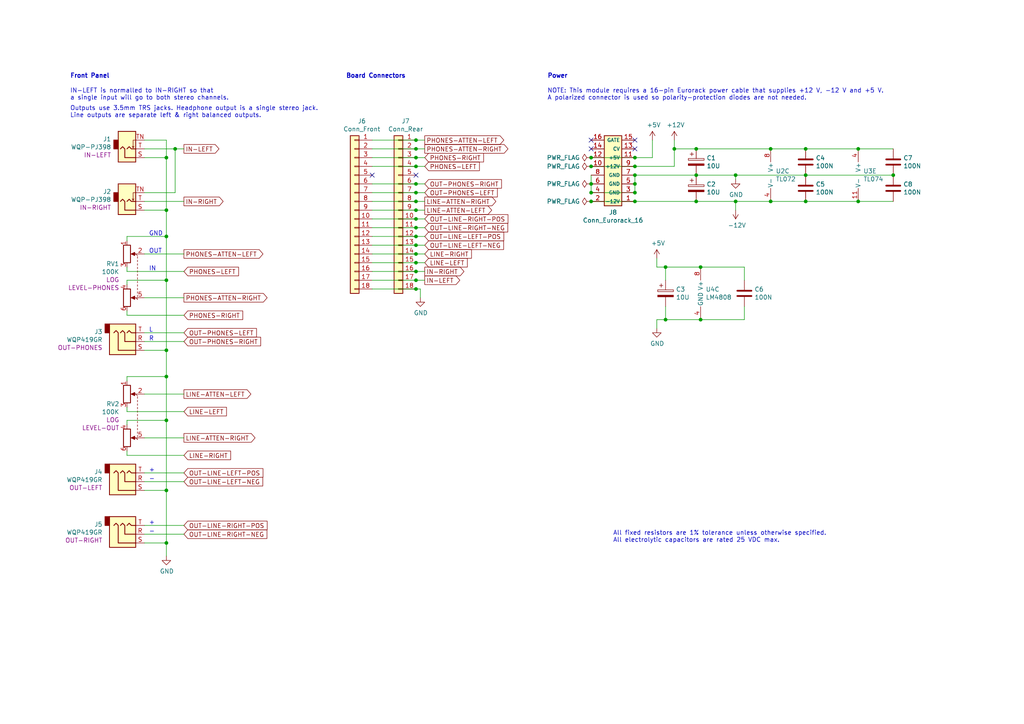
<source format=kicad_sch>
(kicad_sch (version 20211123) (generator eeschema)
  (paper "A4")
  (title_block (title "Main - Eurorack Audiout Module") (date "2022-03-17") (rev "1.3") (company "Len Popp") (comment 1 "Copyright © 2022 Len Popp CC BY") (comment 2 "Stereo headphone and balanced line outputs with level controls, 4 HP"))
  (lib_symbols
    (symbol "-lmp-opamp:TL072" (pin_names (offset 0.127))
      (property "Reference" "U" (at 0 5.08 0))
      (property "Value" "TL072" (at 0 -5.08 0))
      (symbol "TL072_1_1"
        (polyline (pts (xy -5.08 5.08) (xy 5.08 0) (xy -5.08 -5.08) (xy -5.08 5.08)) (stroke (width 0.254)) (fill (type background)))
        (pin output line (at 7.62 0 180) (length 2.54) (name "~") (number "1"))
        (pin input line (at -7.62 -2.54 0) (length 2.54) (name "-") (number "2"))
        (pin input line (at -7.62 2.54 0) (length 2.54) (name "+") (number "3"))
      )
      (symbol "TL072_2_1"
        (polyline (pts (xy -5.08 5.08) (xy 5.08 0) (xy -5.08 -5.08) (xy -5.08 5.08)) (stroke (width 0.254)) (fill (type background)))
        (pin input line (at -7.62 2.54 0) (length 2.54) (name "+") (number "5"))
        (pin input line (at -7.62 -2.54 0) (length 2.54) (name "-") (number "6"))
        (pin output line (at 7.62 0 180) (length 2.54) (name "~") (number "7"))
      )
      (symbol "TL072_3_1"
        (pin power_in line (at -2.54 -7.62 90) (length 3.81) (name "V-") (number "4"))
        (pin power_in line (at -2.54 7.62 270) (length 3.81) (name "V+") (number "8"))
      )
    )
    (symbol "-lmp-opamp:TL074" (pin_names (offset 0.127))
      (property "Reference" "U" (at 0 5.08 0))
      (property "Value" "TL074" (at 0 -5.08 0))
      (symbol "TL074_1_1"
        (polyline (pts (xy -5.08 5.08) (xy 5.08 0) (xy -5.08 -5.08) (xy -5.08 5.08)) (stroke (width 0.254)) (fill (type background)))
        (pin output line (at 7.62 0 180) (length 2.54) (name "~") (number "1"))
        (pin input line (at -7.62 -2.54 0) (length 2.54) (name "-") (number "2"))
        (pin input line (at -7.62 2.54 0) (length 2.54) (name "+") (number "3"))
      )
      (symbol "TL074_2_1"
        (polyline (pts (xy -5.08 5.08) (xy 5.08 0) (xy -5.08 -5.08) (xy -5.08 5.08)) (stroke (width 0.254)) (fill (type background)))
        (pin input line (at -7.62 2.54 0) (length 2.54) (name "+") (number "5"))
        (pin input line (at -7.62 -2.54 0) (length 2.54) (name "-") (number "6"))
        (pin output line (at 7.62 0 180) (length 2.54) (name "~") (number "7"))
      )
      (symbol "TL074_3_1"
        (polyline (pts (xy -5.08 5.08) (xy 5.08 0) (xy -5.08 -5.08) (xy -5.08 5.08)) (stroke (width 0.254)) (fill (type background)))
        (pin input line (at -7.62 2.54 0) (length 2.54) (name "+") (number "10"))
        (pin output line (at 7.62 0 180) (length 2.54) (name "~") (number "8"))
        (pin input line (at -7.62 -2.54 0) (length 2.54) (name "-") (number "9"))
      )
      (symbol "TL074_4_1"
        (polyline (pts (xy -5.08 5.08) (xy 5.08 0) (xy -5.08 -5.08) (xy -5.08 5.08)) (stroke (width 0.254)) (fill (type background)))
        (pin input line (at -7.62 2.54 0) (length 2.54) (name "+") (number "12"))
        (pin input line (at -7.62 -2.54 0) (length 2.54) (name "-") (number "13"))
        (pin output line (at 7.62 0 180) (length 2.54) (name "~") (number "14"))
      )
      (symbol "TL074_5_1"
        (pin power_in line (at -2.54 -7.62 90) (length 3.81) (name "V-") (number "11"))
        (pin power_in line (at -2.54 7.62 270) (length 3.81) (name "V+") (number "4"))
      )
    )
    (symbol "-lmp-power:+12V" (power) (pin_names (offset 0))
      (property "Value" "+12V" (at 0 3.556 0))
      (symbol "+12V_0_1"
        (polyline (pts (xy -0.762 1.27) (xy 0 2.54)))
        (polyline (pts (xy 0 0) (xy 0 2.54)))
        (polyline (pts (xy 0 2.54) (xy 0.762 1.27)))
      )
      (symbol "+12V_1_1"
        (pin power_in line (at 0 0 90) (length 0) hide (name "+12V") (number "1"))
      )
    )
    (symbol "-lmp-power:+5V" (power) (pin_names (offset 0))
      (property "Value" "+5V" (at 0 3.556 0))
      (symbol "+5V_0_1"
        (polyline (pts (xy -0.762 1.27) (xy 0 2.54)))
        (polyline (pts (xy 0 0) (xy 0 2.54)))
        (polyline (pts (xy 0 2.54) (xy 0.762 1.27)))
      )
      (symbol "+5V_1_1"
        (pin power_in line (at 0 0 90) (length 0) hide (name "+5V") (number "1"))
      )
    )
    (symbol "-lmp-power:-12V" (power) (pin_names (offset 0))
      (property "Value" "-12V" (at 0 -3.556 0))
      (symbol "-12V_0_1"
        (polyline (pts (xy -0.762 -1.27) (xy 0 -2.54)))
        (polyline (pts (xy 0 -2.54) (xy 0.762 -1.27)))
        (polyline (pts (xy 0 0) (xy 0 -2.54)))
      )
      (symbol "-12V_1_1"
        (pin power_in line (at 0 0 270) (length 0) hide (name "-12V") (number "1"))
      )
    )
    (symbol "-lmp-power:GND" (power) (pin_names (offset 0))
      (property "Value" "GND" (at 0 -3.81 0))
      (symbol "GND_0_1"
        (polyline (pts (xy 0 0) (xy 0 -1.27) (xy 1.27 -1.27) (xy 0 -2.54) (xy -1.27 -1.27) (xy 0 -1.27)))
      )
      (symbol "GND_1_1"
        (pin power_in line (at 0 0 270) (length 0) hide (name "GND") (number "1"))
      )
    )
    (symbol "-lmp-power:PWR_FLAG" (power) (pin_numbers hide) (pin_names (offset 0) hide)
      (property "Value" "PWR_FLAG" (at 0 3.81 0))
      (symbol "PWR_FLAG_0_0"
        (pin power_out line (at 0 0 90) (length 0) (name "pwr") (number "1"))
      )
      (symbol "PWR_FLAG_0_1"
        (polyline (pts (xy 0 0) (xy 0 1.27) (xy -1.016 1.905) (xy 0 2.54) (xy 1.016 1.905) (xy 0 1.27)))
      )
    )
    (symbol "-lmp-synth:CP_10U" (pin_numbers hide) (pin_names (offset 0.254))
      (property "Reference" "C" (at 0.635 2.54 0))
      (property "Value" "CP_10U" (at 0.635 -2.54 0))
      (symbol "CP_10U_0_1"
        (rectangle (start -2.286 0.508) (end 2.286 1.016))
        (polyline (pts (xy -1.778 2.286) (xy -0.762 2.286)))
        (polyline (pts (xy -1.27 2.794) (xy -1.27 1.778)))
        (rectangle (start 2.286 -0.508) (end -2.286 -1.016) (fill (type outline)))
      )
      (symbol "CP_10U_1_1"
        (pin passive line (at 0 3.81 270) (length 2.794) (name "~") (number "1"))
        (pin passive line (at 0 -3.81 90) (length 2.794) (name "~") (number "2"))
      )
    )
    (symbol "-lmp-synth:Conn_Eurorack_Pwr_16"
      (property "Reference" "J" (at 1.27 10.16 0))
      (property "Value" "Conn_Eurorack_Pwr_16" (at 1.27 -12.7 0))
      (symbol "Conn_Eurorack_Pwr_16_1_1"
        (rectangle (start 3.81 -11.43) (end -1.27 8.89) (stroke (width 0.254)) (fill (type background)))
        (pin power_in line (at 7.62 -10.16 180) (length 3.81) (name "-12V") (number "1"))
        (pin power_in line (at -5.08 0 0) (length 3.81) (name "~") (number "10"))
        (pin power_in line (at 7.62 2.54 180) (length 3.81) (name "+5V") (number "11"))
        (pin power_in line (at -5.08 2.54 0) (length 3.81) (name "~") (number "12"))
        (pin bidirectional line (at 7.62 5.08 180) (length 3.81) (name "CV") (number "13"))
        (pin bidirectional line (at -5.08 5.08 0) (length 3.81) (name "~") (number "14"))
        (pin bidirectional line (at 7.62 7.62 180) (length 3.81) (name "GATE") (number "15"))
        (pin bidirectional line (at -5.08 7.62 0) (length 3.81) (name "~") (number "16"))
        (pin power_in line (at -5.08 -10.16 0) (length 3.81) (name "~") (number "2"))
        (pin power_in line (at 7.62 -7.62 180) (length 3.81) (name "GND") (number "3"))
        (pin power_in line (at -5.08 -7.62 0) (length 3.81) (name "~") (number "4"))
        (pin power_in line (at 7.62 -5.08 180) (length 3.81) (name "GND") (number "5"))
        (pin power_in line (at -5.08 -5.08 0) (length 3.81) (name "~") (number "6"))
        (pin power_in line (at 7.62 -2.54 180) (length 3.81) (name "GND") (number "7"))
        (pin power_in line (at -5.08 -2.54 0) (length 3.81) (name "~") (number "8"))
        (pin power_in line (at 7.62 0 180) (length 3.81) (name "+12V") (number "9"))
      )
    )
    (symbol "-lmp-synth:Jack_WQP-PJ398"
      (property "Reference" "J" (at 0 10.033 0))
      (property "Value" "Jack_WQP-PJ398" (at 0 7.62 0))
      (property "Label" "[label]" (at 0 5.207 0))
      (symbol "Jack_WQP-PJ398_0_1"
        (rectangle (start -2.54 0) (end -3.81 -2.54) (stroke (width 0.254)) (fill (type outline)))
        (polyline (pts (xy 1.778 -0.254) (xy 2.032 -0.762)))
        (polyline (pts (xy 0 0) (xy 0.635 -0.635) (xy 1.27 0) (xy 2.54 0)) (stroke (width 0.254)))
        (polyline (pts (xy 2.54 -2.54) (xy 1.778 -2.54) (xy 1.778 -0.254) (xy 1.524 -0.762)))
        (polyline (pts (xy 2.54 2.54) (xy -0.635 2.54) (xy -0.635 0) (xy -1.27 -0.635) (xy -1.905 0)) (stroke (width 0.254)))
        (rectangle (start 2.54 3.81) (end -2.54 -5.08) (stroke (width 0.254)) (fill (type background)))
      )
      (symbol "Jack_WQP-PJ398_1_1"
        (pin passive line (at 5.08 2.54 180) (length 2.54) (name "~") (number "S"))
        (pin passive line (at 5.08 0 180) (length 2.54) (name "~") (number "T"))
        (pin passive line (at 5.08 -2.54 180) (length 2.54) (name "~") (number "TN"))
      )
    )
    (symbol "-lmp-synth:Jack_WQP419GR"
      (property "Reference" "J" (at 0 10.668 0))
      (property "Value" "Jack_WQP419GR" (at 0 8.382 0))
      (property "Label" "[label]" (at 0 5.969 0))
      (symbol "Jack_WQP419GR_0_1"
        (rectangle (start -5.08 -5.08) (end -6.35 -2.54) (stroke (width 0.254)) (fill (type outline)))
        (polyline (pts (xy 0 -2.54) (xy 0.635 -3.175) (xy 1.27 -2.54) (xy 2.54 -2.54)) (stroke (width 0.254)))
        (polyline (pts (xy -1.905 -2.54) (xy -1.27 -3.175) (xy -0.635 -2.54) (xy -0.635 0) (xy 2.54 0)) (stroke (width 0.254)))
        (polyline (pts (xy 2.54 2.54) (xy -2.54 2.54) (xy -2.54 -2.54) (xy -3.175 -3.175) (xy -3.81 -2.54)) (stroke (width 0.254)))
        (rectangle (start 2.54 3.81) (end -5.08 -5.08) (stroke (width 0.254)) (fill (type background)))
      )
      (symbol "Jack_WQP419GR_1_1"
        (pin passive line (at 5.08 0 180) (length 2.54) (name "~") (number "R"))
        (pin passive line (at 5.08 2.54 180) (length 2.54) (name "~") (number "S"))
        (pin passive line (at 5.08 -2.54 180) (length 2.54) (name "~") (number "T"))
      )
    )
    (symbol "-lmp-synth:LM4808" (pin_names (offset 0.127))
      (property "Reference" "U" (at 0 5.08 0))
      (property "Value" "LM4808" (at 0 -5.08 0))
      (symbol "LM4808_1_1"
        (polyline (pts (xy -5.08 5.08) (xy 5.08 0) (xy -5.08 -5.08) (xy -5.08 5.08)) (stroke (width 0.254)) (fill (type background)))
        (pin output line (at 7.62 0 180) (length 2.54) (name "~") (number "1"))
        (pin input line (at -7.62 -2.54 0) (length 2.54) (name "-") (number "2"))
        (pin input line (at -7.62 2.54 0) (length 2.54) (name "+") (number "3"))
      )
      (symbol "LM4808_2_1"
        (polyline (pts (xy -5.08 5.08) (xy 5.08 0) (xy -5.08 -5.08) (xy -5.08 5.08)) (stroke (width 0.254)) (fill (type background)))
        (pin input line (at -7.62 2.54 0) (length 2.54) (name "+") (number "5"))
        (pin input line (at -7.62 -2.54 0) (length 2.54) (name "-") (number "6"))
        (pin output line (at 7.62 0 180) (length 2.54) (name "~") (number "7"))
      )
      (symbol "LM4808_3_1"
        (pin power_in line (at -2.54 -7.62 90) (length 3.81) (name "GND") (number "4"))
        (pin power_in line (at -2.54 7.62 270) (length 3.81) (name "V+") (number "8"))
      )
    )
    (symbol "-lmp-synth:R_POT_Dual_Panel_PCB_Alpha" (pin_names (offset 1.016) hide)
      (property "Reference" "RV" (at 0 3.81 0))
      (property "Value" "R_POT_Dual_Panel_PCB_Alpha" (at 0 1.905 0))
      (property "Value2" "[LIN/LOG]" (at 0 -5.08 0))
      (property "Label" "[label]" (at 0 -7.62 0))
      (symbol "R_POT_Dual_Panel_PCB_Alpha_0_1"
        (rectangle (start -8.89 -1.524) (end -3.81 -3.556) (stroke (width 0.254)))
        (polyline (pts (xy -6.35 0) (xy -6.35 -1.016)))
        (polyline (pts (xy -6.35 0) (xy -6.35 -1.016)))
        (polyline (pts (xy -6.35 0) (xy -5.842 0.508)))
        (polyline (pts (xy -5.588 0.508) (xy -5.08 0.508)))
        (polyline (pts (xy -4.572 0.508) (xy -4.064 0.508)))
        (polyline (pts (xy -3.556 0.508) (xy -3.048 0.508)))
        (polyline (pts (xy -2.54 0.508) (xy -2.032 0.508)))
        (polyline (pts (xy -1.524 0.508) (xy -1.016 0.508)))
        (polyline (pts (xy -0.508 0.508) (xy 0 0.508)))
        (polyline (pts (xy 0.508 0.508) (xy 1.016 0.508)))
        (polyline (pts (xy 1.524 0.508) (xy 2.032 0.508)))
        (polyline (pts (xy 2.54 0.508) (xy 3.048 0.508)))
        (polyline (pts (xy 3.556 0.508) (xy 4.064 0.508)))
        (polyline (pts (xy 4.572 0.508) (xy 5.08 0.508)))
        (polyline (pts (xy 5.588 0.508) (xy 6.096 0.508)))
        (polyline (pts (xy 6.35 0) (xy 6.35 -1.016)))
        (polyline (pts (xy 6.35 0) (xy 6.35 -1.016)))
        (polyline (pts (xy 6.604 0.508) (xy 6.858 0.508) (xy 6.35 0)))
        (polyline (pts (xy -6.35 -1.397) (xy -6.858 -0.254) (xy -5.842 -0.254) (xy -6.35 -1.397)) (fill (type outline)))
        (polyline (pts (xy 6.35 -1.397) (xy 5.842 -0.254) (xy 6.858 -0.254) (xy 6.35 -1.397)) (fill (type outline)))
        (rectangle (start 3.81 -1.524) (end 8.89 -3.556) (stroke (width 0.254)))
      )
      (symbol "R_POT_Dual_Panel_PCB_Alpha_1_1"
        (pin passive line (at -10.16 -2.54 0) (length 1.27) (name "1") (number "1"))
        (pin passive line (at -6.35 2.54 270) (length 2.54) (name "2") (number "2"))
        (pin passive line (at -2.54 -2.54 180) (length 1.27) (name "3") (number "3"))
        (pin passive line (at 2.54 -2.54 0) (length 1.27) (name "4") (number "4"))
        (pin passive line (at 6.35 2.54 270) (length 2.54) (name "5") (number "5"))
        (pin passive line (at 10.16 -2.54 180) (length 1.27) (name "6") (number "6"))
      )
    )
    (symbol "-lmp:CC_100N" (pin_numbers hide) (pin_names (offset 0.254))
      (property "Reference" "C" (at 0.635 2.54 0))
      (property "Value" "CC_100N" (at 0.635 -2.54 0))
      (symbol "CC_100N_0_1"
        (polyline (pts (xy -2.032 -0.762) (xy 2.032 -0.762)) (stroke (width 0.508)))
        (polyline (pts (xy -2.032 0.762) (xy 2.032 0.762)) (stroke (width 0.508)))
      )
      (symbol "CC_100N_1_1"
        (pin passive line (at 0 3.81 270) (length 2.794) (name "~") (number "1"))
        (pin passive line (at 0 -3.81 90) (length 2.794) (name "~") (number "2"))
      )
    )
    (symbol "Connector_Generic:Conn_01x18" (pin_names (offset 1.016) hide)
      (property "Reference" "J" (at 0 22.86 0))
      (property "Value" "Conn_01x18" (at 0 -25.4 0))
      (symbol "Conn_01x18_1_1"
        (rectangle (start -1.27 -22.733) (end 0 -22.987) (stroke (width 0.1524)))
        (rectangle (start -1.27 -20.193) (end 0 -20.447) (stroke (width 0.1524)))
        (rectangle (start -1.27 -17.653) (end 0 -17.907) (stroke (width 0.1524)))
        (rectangle (start -1.27 -15.113) (end 0 -15.367) (stroke (width 0.1524)))
        (rectangle (start -1.27 -12.573) (end 0 -12.827) (stroke (width 0.1524)))
        (rectangle (start -1.27 -10.033) (end 0 -10.287) (stroke (width 0.1524)))
        (rectangle (start -1.27 -7.493) (end 0 -7.747) (stroke (width 0.1524)))
        (rectangle (start -1.27 -4.953) (end 0 -5.207) (stroke (width 0.1524)))
        (rectangle (start -1.27 -2.413) (end 0 -2.667) (stroke (width 0.1524)))
        (rectangle (start -1.27 0.127) (end 0 -0.127) (stroke (width 0.1524)))
        (rectangle (start -1.27 2.667) (end 0 2.413) (stroke (width 0.1524)))
        (rectangle (start -1.27 5.207) (end 0 4.953) (stroke (width 0.1524)))
        (rectangle (start -1.27 7.747) (end 0 7.493) (stroke (width 0.1524)))
        (rectangle (start -1.27 10.287) (end 0 10.033) (stroke (width 0.1524)))
        (rectangle (start -1.27 12.827) (end 0 12.573) (stroke (width 0.1524)))
        (rectangle (start -1.27 15.367) (end 0 15.113) (stroke (width 0.1524)))
        (rectangle (start -1.27 17.907) (end 0 17.653) (stroke (width 0.1524)))
        (rectangle (start -1.27 20.447) (end 0 20.193) (stroke (width 0.1524)))
        (rectangle (start -1.27 21.59) (end 1.27 -24.13) (stroke (width 0.254)) (fill (type background)))
        (pin passive line (at -5.08 20.32 0) (length 3.81) (name "Pin_1") (number "1"))
        (pin passive line (at -5.08 -2.54 0) (length 3.81) (name "Pin_10") (number "10"))
        (pin passive line (at -5.08 -5.08 0) (length 3.81) (name "Pin_11") (number "11"))
        (pin passive line (at -5.08 -7.62 0) (length 3.81) (name "Pin_12") (number "12"))
        (pin passive line (at -5.08 -10.16 0) (length 3.81) (name "Pin_13") (number "13"))
        (pin passive line (at -5.08 -12.7 0) (length 3.81) (name "Pin_14") (number "14"))
        (pin passive line (at -5.08 -15.24 0) (length 3.81) (name "Pin_15") (number "15"))
        (pin passive line (at -5.08 -17.78 0) (length 3.81) (name "Pin_16") (number "16"))
        (pin passive line (at -5.08 -20.32 0) (length 3.81) (name "Pin_17") (number "17"))
        (pin passive line (at -5.08 -22.86 0) (length 3.81) (name "Pin_18") (number "18"))
        (pin passive line (at -5.08 17.78 0) (length 3.81) (name "Pin_2") (number "2"))
        (pin passive line (at -5.08 15.24 0) (length 3.81) (name "Pin_3") (number "3"))
        (pin passive line (at -5.08 12.7 0) (length 3.81) (name "Pin_4") (number "4"))
        (pin passive line (at -5.08 10.16 0) (length 3.81) (name "Pin_5") (number "5"))
        (pin passive line (at -5.08 7.62 0) (length 3.81) (name "Pin_6") (number "6"))
        (pin passive line (at -5.08 5.08 0) (length 3.81) (name "Pin_7") (number "7"))
        (pin passive line (at -5.08 2.54 0) (length 3.81) (name "Pin_8") (number "8"))
        (pin passive line (at -5.08 0 0) (length 3.81) (name "Pin_9") (number "9"))
      )
    )
  )
  (junction (at 213.36 50.8))
  (junction (at 120.65 58.42))
  (junction (at 48.26 142.24))
  (junction (at 120.65 83.82))
  (junction (at 184.15 58.42))
  (junction (at 213.36 58.42))
  (junction (at 184.15 55.88))
  (junction (at 171.45 53.34))
  (junction (at 48.26 81.28))
  (junction (at 120.65 45.72))
  (junction (at 120.65 76.2))
  (junction (at 233.68 50.8))
  (junction (at 120.65 68.58))
  (junction (at 48.26 45.72))
  (junction (at 259.08 50.8))
  (junction (at 48.26 121.92))
  (junction (at 48.26 109.22))
  (junction (at 120.65 53.34))
  (junction (at 48.26 60.96))
  (junction (at 120.65 81.28))
  (junction (at 50.8 43.18))
  (junction (at 233.68 43.18))
  (junction (at 120.65 66.04))
  (junction (at 48.26 157.48))
  (junction (at 184.15 53.34))
  (junction (at 48.26 68.58))
  (junction (at 184.15 48.26))
  (junction (at 233.68 58.42))
  (junction (at 120.65 73.66))
  (junction (at 120.65 71.12))
  (junction (at 120.65 78.74))
  (junction (at 203.2 77.47))
  (junction (at 223.52 58.42))
  (junction (at 120.65 60.96))
  (junction (at 248.92 43.18))
  (junction (at 193.04 77.47))
  (junction (at 48.26 101.6))
  (junction (at 171.45 48.26))
  (junction (at 120.65 40.64))
  (junction (at 120.65 63.5))
  (junction (at 201.93 43.18))
  (junction (at 248.92 58.42))
  (junction (at 120.65 43.18))
  (junction (at 171.45 58.42))
  (junction (at 184.15 45.72))
  (junction (at 195.58 43.18))
  (junction (at 223.52 43.18))
  (junction (at 184.15 50.8))
  (junction (at 201.93 58.42))
  (junction (at 201.93 50.8))
  (junction (at 120.65 48.26))
  (junction (at 171.45 55.88))
  (junction (at 203.2 92.71))
  (junction (at 120.65 55.88))
  (junction (at 193.04 92.71))
  (junction (at 171.45 45.72))
  (no_connect (at 184.15 40.64))
  (no_connect (at 171.45 40.64))
  (no_connect (at 184.15 43.18))
  (no_connect (at 120.65 50.8))
  (no_connect (at 107.95 50.8))
  (no_connect (at 171.45 43.18))
  (wire (pts (xy 203.2 92.71) (xy 215.9 92.71)))
  (wire (pts (xy 48.26 81.28) (xy 48.26 101.6)))
  (wire (pts (xy 215.9 88.9) (xy 215.9 92.71)))
  (wire (pts (xy 36.83 132.08) (xy 53.34 132.08)))
  (wire (pts (xy 107.95 68.58) (xy 120.65 68.58)))
  (wire (pts (xy 193.04 92.71) (xy 193.04 88.9)))
  (wire (pts (xy 107.95 81.28) (xy 120.65 81.28)))
  (wire (pts (xy 107.95 45.72) (xy 120.65 45.72)))
  (wire (pts (xy 107.95 48.26) (xy 120.65 48.26)))
  (wire (pts (xy 120.65 45.72) (xy 123.19 45.72)))
  (wire (pts (xy 123.19 76.2) (xy 120.65 76.2)))
  (wire (pts (xy 107.95 55.88) (xy 120.65 55.88)))
  (wire (pts (xy 121.92 86.36) (xy 121.92 83.82)))
  (wire (pts (xy 107.95 66.04) (xy 120.65 66.04)))
  (wire (pts (xy 195.58 48.26) (xy 195.58 43.18)))
  (wire (pts (xy 193.04 77.47) (xy 203.2 77.47)))
  (wire (pts (xy 41.91 157.48) (xy 48.26 157.48)))
  (wire (pts (xy 201.93 43.18) (xy 223.52 43.18)))
  (wire (pts (xy 41.91 127) (xy 53.34 127)))
  (wire (pts (xy 190.5 92.71) (xy 190.5 95.25)))
  (wire (pts (xy 107.95 60.96) (xy 120.65 60.96)))
  (wire (pts (xy 123.19 78.74) (xy 120.65 78.74)))
  (wire (pts (xy 201.93 50.8) (xy 213.36 50.8)))
  (wire (pts (xy 184.15 58.42) (xy 171.45 58.42)))
  (wire (pts (xy 120.65 60.96) (xy 123.19 60.96)))
  (wire (pts (xy 215.9 77.47) (xy 215.9 81.28)))
  (wire (pts (xy 41.91 137.16) (xy 53.34 137.16)))
  (wire (pts (xy 123.19 71.12) (xy 120.65 71.12)))
  (wire (pts (xy 189.23 40.64) (xy 189.23 45.72)))
  (wire (pts (xy 48.26 109.22) (xy 48.26 101.6)))
  (wire (pts (xy 36.83 109.22) (xy 48.26 109.22)))
  (wire (pts (xy 48.26 142.24) (xy 48.26 157.48)))
  (wire (pts (xy 41.91 43.18) (xy 50.8 43.18)))
  (wire (pts (xy 121.92 83.82) (xy 120.65 83.82)))
  (wire (pts (xy 41.91 96.52) (xy 53.34 96.52)))
  (wire (pts (xy 36.83 123.19) (xy 36.83 121.92)))
  (wire (pts (xy 48.26 121.92) (xy 48.26 142.24)))
  (wire (pts (xy 213.36 50.8) (xy 213.36 52.07)))
  (wire (pts (xy 213.36 58.42) (xy 223.52 58.42)))
  (wire (pts (xy 36.83 81.28) (xy 48.26 81.28)))
  (wire (pts (xy 107.95 58.42) (xy 120.65 58.42)))
  (wire (pts (xy 233.68 43.18) (xy 248.92 43.18)))
  (wire (pts (xy 223.52 58.42) (xy 233.68 58.42)))
  (wire (pts (xy 41.91 58.42) (xy 53.34 58.42)))
  (wire (pts (xy 41.91 73.66) (xy 53.34 73.66)))
  (wire (pts (xy 50.8 43.18) (xy 50.8 55.88)))
  (wire (pts (xy 36.83 121.92) (xy 48.26 121.92)))
  (wire (pts (xy 120.65 68.58) (xy 123.19 68.58)))
  (wire (pts (xy 201.93 58.42) (xy 213.36 58.42)))
  (wire (pts (xy 123.19 81.28) (xy 120.65 81.28)))
  (wire (pts (xy 107.95 78.74) (xy 120.65 78.74)))
  (wire (pts (xy 184.15 45.72) (xy 171.45 45.72)))
  (wire (pts (xy 193.04 92.71) (xy 190.5 92.71)))
  (wire (pts (xy 41.91 142.24) (xy 48.26 142.24)))
  (wire (pts (xy 107.95 76.2) (xy 120.65 76.2)))
  (wire (pts (xy 50.8 43.18) (xy 53.34 43.18)))
  (wire (pts (xy 48.26 68.58) (xy 48.26 81.28)))
  (wire (pts (xy 107.95 43.18) (xy 120.65 43.18)))
  (wire (pts (xy 36.83 110.49) (xy 36.83 109.22)))
  (wire (pts (xy 184.15 48.26) (xy 171.45 48.26)))
  (wire (pts (xy 41.91 152.4) (xy 53.34 152.4)))
  (wire (pts (xy 123.19 53.34) (xy 120.65 53.34)))
  (wire (pts (xy 223.52 43.18) (xy 233.68 43.18)))
  (wire (pts (xy 36.83 68.58) (xy 48.26 68.58)))
  (wire (pts (xy 233.68 50.8) (xy 259.08 50.8)))
  (wire (pts (xy 123.19 43.18) (xy 120.65 43.18)))
  (wire (pts (xy 36.83 82.55) (xy 36.83 81.28)))
  (wire (pts (xy 184.15 53.34) (xy 184.15 50.8)))
  (wire (pts (xy 107.95 73.66) (xy 120.65 73.66)))
  (wire (pts (xy 184.15 45.72) (xy 189.23 45.72)))
  (wire (pts (xy 48.26 60.96) (xy 48.26 45.72)))
  (wire (pts (xy 48.26 45.72) (xy 48.26 40.64)))
  (wire (pts (xy 48.26 68.58) (xy 48.26 60.96)))
  (wire (pts (xy 41.91 139.7) (xy 53.34 139.7)))
  (wire (pts (xy 195.58 43.18) (xy 201.93 43.18)))
  (wire (pts (xy 190.5 77.47) (xy 193.04 77.47)))
  (wire (pts (xy 193.04 81.28) (xy 193.04 77.47)))
  (wire (pts (xy 123.19 55.88) (xy 120.65 55.88)))
  (wire (pts (xy 36.83 118.11) (xy 36.83 119.38)))
  (wire (pts (xy 41.91 114.3) (xy 53.34 114.3)))
  (wire (pts (xy 190.5 74.93) (xy 190.5 77.47)))
  (wire (pts (xy 213.36 60.96) (xy 213.36 58.42)))
  (wire (pts (xy 248.92 58.42) (xy 259.08 58.42)))
  (wire (pts (xy 123.19 48.26) (xy 120.65 48.26)))
  (wire (pts (xy 184.15 55.88) (xy 184.15 53.34)))
  (wire (pts (xy 184.15 50.8) (xy 201.93 50.8)))
  (wire (pts (xy 36.83 69.85) (xy 36.83 68.58)))
  (wire (pts (xy 184.15 48.26) (xy 195.58 48.26)))
  (wire (pts (xy 120.65 63.5) (xy 123.19 63.5)))
  (wire (pts (xy 36.83 90.17) (xy 36.83 91.44)))
  (wire (pts (xy 36.83 130.81) (xy 36.83 132.08)))
  (wire (pts (xy 120.65 66.04) (xy 123.19 66.04)))
  (wire (pts (xy 41.91 86.36) (xy 53.34 86.36)))
  (wire (pts (xy 123.19 40.64) (xy 120.65 40.64)))
  (wire (pts (xy 41.91 99.06) (xy 53.34 99.06)))
  (wire (pts (xy 248.92 43.18) (xy 259.08 43.18)))
  (wire (pts (xy 171.45 55.88) (xy 171.45 53.34)))
  (wire (pts (xy 107.95 40.64) (xy 120.65 40.64)))
  (wire (pts (xy 184.15 58.42) (xy 201.93 58.42)))
  (wire (pts (xy 107.95 83.82) (xy 120.65 83.82)))
  (wire (pts (xy 193.04 92.71) (xy 203.2 92.71)))
  (wire (pts (xy 41.91 45.72) (xy 48.26 45.72)))
  (wire (pts (xy 36.83 78.74) (xy 53.34 78.74)))
  (wire (pts (xy 233.68 58.42) (xy 248.92 58.42)))
  (wire (pts (xy 36.83 91.44) (xy 53.34 91.44)))
  (wire (pts (xy 195.58 43.18) (xy 195.58 40.64)))
  (wire (pts (xy 107.95 63.5) (xy 120.65 63.5)))
  (wire (pts (xy 48.26 157.48) (xy 48.26 161.29)))
  (wire (pts (xy 203.2 77.47) (xy 215.9 77.47)))
  (wire (pts (xy 213.36 50.8) (xy 233.68 50.8)))
  (wire (pts (xy 120.65 58.42) (xy 123.19 58.42)))
  (wire (pts (xy 41.91 154.94) (xy 53.34 154.94)))
  (wire (pts (xy 107.95 53.34) (xy 120.65 53.34)))
  (wire (pts (xy 41.91 55.88) (xy 50.8 55.88)))
  (wire (pts (xy 41.91 40.64) (xy 48.26 40.64)))
  (wire (pts (xy 48.26 109.22) (xy 48.26 121.92)))
  (wire (pts (xy 107.95 71.12) (xy 120.65 71.12)))
  (wire (pts (xy 123.19 73.66) (xy 120.65 73.66)))
  (wire (pts (xy 36.83 77.47) (xy 36.83 78.74)))
  (wire (pts (xy 41.91 101.6) (xy 48.26 101.6)))
  (wire (pts (xy 36.83 119.38) (xy 53.34 119.38)))
  (wire (pts (xy 41.91 60.96) (xy 48.26 60.96)))
  (wire (pts (xy 171.45 53.34) (xy 171.45 50.8)))
  (wire (pts (xy 184.15 55.88) (xy 171.45 55.88)))
  (text "+" (at 43.18 152.4 0) (effects (font (size 1.27 1.27)) (justify left bottom)))
  (text "IN-LEFT is normalled to IN-RIGHT so that \na single input will go to both stereo channels." (at 20.32 29.21 0) (effects (font (size 1.27 1.27)) (justify left bottom)))
  (text "All fixed resistors are 1% tolerance unless otherwise specified.\nAll electrolytic capacitors are rated 25 VDC max." (at 177.8 157.48 0) (effects (font (size 1.27 1.27)) (justify left bottom)))
  (text "Front Panel" (at 20.32 22.86 0) (effects (font (size 1.27 1.27) (thickness 0.254) bold) (justify left bottom)))
  (text "-" (at 43.18 154.94 0) (effects (font (size 1.27 1.27)) (justify left bottom)))
  (text "OUT" (at 43.18 73.66 0) (effects (font (size 1.27 1.27)) (justify left bottom)))
  (text "Board Connectors" (at 100.33 22.86 0) (effects (font (size 1.27 1.27) (thickness 0.254) bold) (justify left bottom)))
  (text "+" (at 43.18 137.16 0) (effects (font (size 1.27 1.27)) (justify left bottom)))
  (text "GND" (at 43.18 68.58 0) (effects (font (size 1.27 1.27)) (justify left bottom)))
  (text "-" (at 43.18 139.7 0) (effects (font (size 1.27 1.27)) (justify left bottom)))
  (text "L" (at 43.18 96.52 0) (effects (font (size 1.27 1.27)) (justify left bottom)))
  (text "R" (at 43.18 99.06 0) (effects (font (size 1.27 1.27)) (justify left bottom)))
  (text "NOTE: This module requires a 16-pin Eurorack power cable that supplies +12 V, -12 V and +5 V. \nA polarized connector is used so polarity-protection diodes are not needed." (at 158.75 29.21 0) (effects (font (size 1.27 1.27)) (justify left bottom)))
  (text "Outputs use 3.5mm TRS jacks. Headphone output is a single stereo jack. \nLine outputs are separate left & right balanced outputs." (at 20.32 34.29 0) (effects (font (size 1.27 1.27)) (justify left bottom)))
  (text "IN" (at 43.18 78.74 0) (effects (font (size 1.27 1.27)) (justify left bottom)))
  (text "Power" (at 158.75 22.86 0) (effects (font (size 1.27 1.27) (thickness 0.254) bold) (justify left bottom)))
  (global_label "OUT-LINE-LEFT-POS" (shape input) (at 53.34 137.16 0) (property "Intersheet References" "${INTERSHEET_REFS}" (effects hide)))
  (global_label "IN-LEFT" (shape output) (at 123.19 81.28 0) (property "Intersheet References" "${INTERSHEET_REFS}" (effects hide)))
  (global_label "PHONES-LEFT" (shape input) (at 123.19 48.26 0) (property "Intersheet References" "${INTERSHEET_REFS}" (effects hide)))
  (global_label "LINE-ATTEN-RIGHT" (shape output) (at 53.34 127 0) (property "Intersheet References" "${INTERSHEET_REFS}" (effects hide)))
  (global_label "OUT-LINE-LEFT-POS" (shape input) (at 123.19 68.58 0) (property "Intersheet References" "${INTERSHEET_REFS}" (effects hide)))
  (global_label "LINE-RIGHT" (shape input) (at 53.34 132.08 0) (property "Intersheet References" "${INTERSHEET_REFS}" (effects hide)))
  (global_label "OUT-PHONES-RIGHT" (shape input) (at 53.34 99.06 0) (property "Intersheet References" "${INTERSHEET_REFS}" (effects hide)))
  (global_label "PHONES-ATTEN-LEFT" (shape output) (at 53.34 73.66 0) (property "Intersheet References" "${INTERSHEET_REFS}" (effects hide)))
  (global_label "IN-RIGHT" (shape output) (at 123.19 78.74 0) (property "Intersheet References" "${INTERSHEET_REFS}" (effects hide)))
  (global_label "PHONES-RIGHT" (shape input) (at 53.34 91.44 0) (property "Intersheet References" "${INTERSHEET_REFS}" (effects hide)))
  (global_label "LINE-LEFT" (shape input) (at 123.19 76.2 0) (property "Intersheet References" "${INTERSHEET_REFS}" (effects hide)))
  (global_label "PHONES-LEFT" (shape input) (at 53.34 78.74 0) (property "Intersheet References" "${INTERSHEET_REFS}" (effects hide)))
  (global_label "OUT-LINE-RIGHT-NEG" (shape input) (at 123.19 66.04 0) (property "Intersheet References" "${INTERSHEET_REFS}" (effects hide)))
  (global_label "IN-LEFT" (shape output) (at 53.34 43.18 0) (property "Intersheet References" "${INTERSHEET_REFS}" (effects hide)))
  (global_label "PHONES-ATTEN-LEFT" (shape output) (at 123.19 40.64 0) (property "Intersheet References" "${INTERSHEET_REFS}" (effects hide)))
  (global_label "LINE-ATTEN-LEFT" (shape output) (at 123.19 60.96 0) (property "Intersheet References" "${INTERSHEET_REFS}" (effects hide)))
  (global_label "PHONES-ATTEN-RIGHT" (shape output) (at 123.19 43.18 0) (property "Intersheet References" "${INTERSHEET_REFS}" (effects hide)))
  (global_label "LINE-LEFT" (shape input) (at 53.34 119.38 0) (property "Intersheet References" "${INTERSHEET_REFS}" (effects hide)))
  (global_label "OUT-LINE-RIGHT-POS" (shape input) (at 53.34 152.4 0) (property "Intersheet References" "${INTERSHEET_REFS}" (effects hide)))
  (global_label "LINE-RIGHT" (shape input) (at 123.19 73.66 0) (property "Intersheet References" "${INTERSHEET_REFS}" (effects hide)))
  (global_label "OUT-LINE-LEFT-NEG" (shape input) (at 123.19 71.12 0) (property "Intersheet References" "${INTERSHEET_REFS}" (effects hide)))
  (global_label "OUT-LINE-LEFT-NEG" (shape input) (at 53.34 139.7 0) (property "Intersheet References" "${INTERSHEET_REFS}" (effects hide)))
  (global_label "OUT-PHONES-LEFT" (shape input) (at 123.19 55.88 0) (property "Intersheet References" "${INTERSHEET_REFS}" (effects hide)))
  (global_label "PHONES-RIGHT" (shape input) (at 123.19 45.72 0) (property "Intersheet References" "${INTERSHEET_REFS}" (effects hide)))
  (global_label "LINE-ATTEN-LEFT" (shape output) (at 53.34 114.3 0) (property "Intersheet References" "${INTERSHEET_REFS}" (effects hide)))
  (global_label "OUT-PHONES-RIGHT" (shape input) (at 123.19 53.34 0) (property "Intersheet References" "${INTERSHEET_REFS}" (effects hide)))
  (global_label "OUT-PHONES-LEFT" (shape input) (at 53.34 96.52 0) (property "Intersheet References" "${INTERSHEET_REFS}" (effects hide)))
  (global_label "PHONES-ATTEN-RIGHT" (shape output) (at 53.34 86.36 0) (property "Intersheet References" "${INTERSHEET_REFS}" (effects hide)))
  (global_label "OUT-LINE-RIGHT-NEG" (shape input) (at 53.34 154.94 0) (property "Intersheet References" "${INTERSHEET_REFS}" (effects hide)))
  (global_label "OUT-LINE-RIGHT-POS" (shape input) (at 123.19 63.5 0) (property "Intersheet References" "${INTERSHEET_REFS}" (effects hide)))
  (global_label "LINE-ATTEN-RIGHT" (shape output) (at 123.19 58.42 0) (property "Intersheet References" "${INTERSHEET_REFS}" (effects hide)))
  (global_label "IN-RIGHT" (shape output) (at 53.34 58.42 0) (property "Intersheet References" "${INTERSHEET_REFS}" (effects hide)))
  (symbol (lib_id "-lmp-opamp:TL074") (at 251.46 50.8 0) (unit 5)
    (property "Reference" "U3" (at 250.3932 49.6316 0) (effects (justify left)))
    (property "Value" "TL074" (at 250.3932 51.943 0) (effects (justify left)))
    (property "Footprint" "Package_DIP:DIP-14_W7.62mm" (effects hide))
    (property "Datasheet" "http://www.ti.com/lit/ds/symlink/tl071.pdf" (effects hide))
  )
  (symbol (lib_id "-lmp-synth:Conn_Eurorack_Pwr_16") (at 176.53 48.26 0) (unit 1)
    (property "Reference" "J8" (at 177.8 61.595 0))
    (property "Value" "Conn_Eurorack_16" (at 177.8 63.9064 0))
    (property "Footprint" "-lmp-synth:IDC-Header-Eurorack-16-TH" (effects hide))
    (property "Datasheet" "https://www.mouser.ca/datasheet/2/445/61201621621-1717735.pdf" (effects hide))
    (property "Manufacturer" "Wurth Elektronik" (effects hide))
    (property "ManufacturerPartNum" "61201621621" (effects hide))
    (property "Distributor" "Mouser" (effects hide))
    (property "DistributorPartNum" "710-61201621621" (effects hide))
    (property "DistributorPartLink" "https://www.mouser.ca/ProductDetail/Wurth-Elektronik/61201621621?qs=ZtY9WdtwX55qFf4n3EFuaA%3D%3D" (effects hide))
  )
  (symbol (lib_id "-lmp-power:PWR_FLAG") (at 171.45 48.26 90) (unit 1)
    (property "Reference" "#FLG0110" (effects hide))
    (property "Value" "PWR_FLAG" (at 168.2242 48.26 90) (effects (justify left)))
  )
  (symbol (lib_id "-lmp-power:PWR_FLAG") (at 171.45 53.34 90) (unit 1)
    (property "Reference" "#FLG0109" (effects hide))
    (property "Value" "PWR_FLAG" (at 168.2242 53.34 90) (effects (justify left)))
  )
  (symbol (lib_id "-lmp-power:PWR_FLAG") (at 171.45 58.42 90) (unit 1)
    (property "Reference" "#FLG0108" (effects hide))
    (property "Value" "PWR_FLAG" (at 168.2242 58.42 90) (effects (justify left)))
  )
  (symbol (lib_id "-lmp-synth:CP_10U") (at 201.93 46.99 0) (unit 1)
    (property "Reference" "C1" (at 204.9272 45.8216 0) (effects (justify left)))
    (property "Value" "10U" (at 204.9272 48.133 0) (effects (justify left)))
    (property "Footprint" "-lmp-misc:CP_Radial_D4.0mm_P1.50mm" (effects hide))
    (property "Datasheet" "https://industrial.panasonic.com/cdbs/www-data/pdf/RDF0000/ABA0000C1209.pdf" (effects hide))
    (property "Manufacturer" "Panasonic" (effects hide))
    (property "ManufacturerPartNum" "EEA-FC1E100" (effects hide))
    (property "Distributor" "Mouser" (effects hide))
    (property "DistributorPartNum" "667-EEA-FC1E100" (effects hide))
    (property "DistributorPartLink" "https://www.mouser.ca/ProductDetail/Panasonic/EEA-FC1E100?qs=nLJruSqDb94EJwiFQJd4iw%3D%3D" (effects hide))
    (property "Note " "12 V decoupling" (effects hide))
    (property "Value2" "25 VDC" (effects hide))
  )
  (symbol (lib_id "-lmp-synth:CP_10U") (at 201.93 54.61 0) (unit 1)
    (property "Reference" "C2" (at 204.9272 53.4416 0) (effects (justify left)))
    (property "Value" "10U" (at 204.9272 55.753 0) (effects (justify left)))
    (property "Footprint" "-lmp-misc:CP_Radial_D4.0mm_P1.50mm" (effects hide))
    (property "Datasheet" "https://industrial.panasonic.com/cdbs/www-data/pdf/RDF0000/ABA0000C1209.pdf" (effects hide))
    (property "Manufacturer" "Panasonic" (effects hide))
    (property "ManufacturerPartNum" "EEA-FC1E100" (effects hide))
    (property "Distributor" "Mouser" (effects hide))
    (property "DistributorPartNum" "667-EEA-FC1E100" (effects hide))
    (property "DistributorPartLink" "https://www.mouser.ca/ProductDetail/Panasonic/EEA-FC1E100?qs=nLJruSqDb94EJwiFQJd4iw%3D%3D" (effects hide))
    (property "Note " "12 V decoupling" (effects hide))
    (property "Value2" "25 VDC" (effects hide))
  )
  (symbol (lib_id "-lmp-power:GND") (at 213.36 52.07 0) (unit 1)
    (property "Reference" "#PWR0120" (effects hide))
    (property "Value" "GND" (at 213.487 56.4642 0))
  )
  (symbol (lib_id "-lmp-power:+12V") (at 195.58 40.64 0) (unit 1)
    (property "Reference" "#PWR0119" (effects hide))
    (property "Value" "+12V" (at 195.961 36.2458 0))
  )
  (symbol (lib_id "-lmp-power:-12V") (at 213.36 60.96 0) (unit 1)
    (property "Reference" "#PWR0121" (effects hide))
    (property "Value" "-12V" (at 213.741 65.3542 0))
  )
  (symbol (lib_id "-lmp-power:+5V") (at 190.5 74.93 0) (unit 1)
    (property "Reference" "#PWR0117" (effects hide))
    (property "Value" "+5V" (at 190.881 70.5358 0))
  )
  (symbol (lib_id "-lmp-synth:Jack_WQP-PJ398") (at 36.83 43.18 0) (mirror x) (unit 1)
    (property "Reference" "J1" (at 32.258 40.3352 0) (effects (justify right)))
    (property "Value" "WQP-PJ398" (at 32.258 42.6466 0) (effects (justify right)))
    (property "Footprint" "-lmp-synth:Jack_3.5mm_QingPu_WQP-PJ398SM_Vertical" (effects hide))
    (property "Datasheet" "http://www.qingpu-electronics.com/en/products/WQP-PJ398SM-362.html" (effects hide))
    (property "Label" "IN-LEFT" (at 32.258 44.958 0) (effects (justify right)))
    (property "Manufacturer" "QingPu / Thonk" (effects hide))
    (property "ManufacturerPartNum" "PJ398SM / WQP518MA" (effects hide))
    (property "Distributor" "Thonk" (effects hide))
    (property "DistributorPartNum" "PJ398SM" (effects hide))
    (property "DistributorPartLink" "https://www.thonk.co.uk/shop/thonkiconn/" (effects hide))
    (property "Distributor2" "SynthCube" (effects hide))
    (property "Distributor3" "Adafruit" (effects hide))
    (property "DistributorPartLink2" "https://synthcube.com/cart/3-5mm-euro-jacks" (effects hide))
    (property "DistributorPartLink3" "https://www.adafruit.com/product/4031" (effects hide))
    (property "DistributorPartNum2" "WQP518MA" (effects hide))
    (property "DistributorPartNum3" "4031" (effects hide))
  )
  (symbol (lib_id "-lmp-synth:R_POT_Dual_Panel_PCB_Alpha") (at 39.37 80.01 270) (unit 1)
    (property "Reference" "RV1" (at 34.5948 76.5302 90) (effects (justify right)))
    (property "Value" "100K" (at 34.5948 78.8416 90) (effects (justify right)))
    (property "Footprint" "-lmp-synth:Potentiometer_Alpha_RD902F-40-00D_Dual_Vertical" (effects hide))
    (property "Datasheet" "https://www.thonk.co.uk/wp-content/uploads/Documents/alpha/9mm/DUAL%20GANG%20-%20RD902F-40-15R1-A50K-0057.pdf" (effects hide))
    (property "Value2" "LOG" (at 34.5948 81.153 90) (effects (justify right)))
    (property "Label" "LEVEL-PHONES" (at 34.5948 83.4644 90) (effects (justify right)))
    (property "Manufacturer" "Alpha" (effects hide))
    (property "ManufacturerPartNum" "RD902F-*" (effects hide))
    (property "Distributor" "Thonk" (effects hide))
    (property "DistributorPartNum" "Group_Pot_Alpha_6.35mm" (effects hide))
    (property "DistributorPartLink" "https://www.thonk.co.uk/shop/alpha-9mm-pots/" (effects hide))
  )
  (symbol (lib_id "-lmp-synth:R_POT_Dual_Panel_PCB_Alpha") (at 39.37 120.65 270) (unit 1)
    (property "Reference" "RV2" (at 34.6202 117.1702 90) (effects (justify right)))
    (property "Value" "100K" (at 34.6202 119.4816 90) (effects (justify right)))
    (property "Footprint" "-lmp-synth:Potentiometer_Alpha_RD902F-40-00D_Dual_Vertical" (effects hide))
    (property "Datasheet" "https://www.thonk.co.uk/wp-content/uploads/Documents/alpha/9mm/DUAL%20GANG%20-%20RD902F-40-15R1-A50K-0057.pdf" (effects hide))
    (property "Value2" "LOG" (at 34.6202 121.793 90) (effects (justify right)))
    (property "Label" "LEVEL-OUT" (at 34.6202 124.1044 90) (effects (justify right)))
    (property "Manufacturer" "Alpha" (effects hide))
    (property "ManufacturerPartNum" "RD902F-*" (effects hide))
    (property "Distributor" "Thonk" (effects hide))
    (property "DistributorPartNum" "Group_Pot_Alpha_6.35mm" (effects hide))
    (property "DistributorPartLink" "https://www.thonk.co.uk/shop/alpha-9mm-pots/" (effects hide))
  )
  (symbol (lib_id "-lmp-power:GND") (at 121.92 86.36 0) (unit 1)
    (property "Reference" "#PWR09" (effects hide))
    (property "Value" "GND" (at 122.047 90.7542 0))
  )
  (symbol (lib_id "-lmp-synth:Jack_WQP419GR") (at 36.83 139.7 0) (mirror x) (unit 1)
    (property "Reference" "J4" (at 29.718 136.8552 0) (effects (justify right)))
    (property "Value" "WQP419GR" (at 29.718 139.1666 0) (effects (justify right)))
    (property "Footprint" "-lmp-synth:Jack_3.5mm_QingPu_WQP-PJ366ST_Vertical" (effects hide))
    (property "Datasheet" "http://www.qingpu-electronics.com/en/products/WQP-PJ366ST-364.html" (effects hide))
    (property "Label" "OUT-LEFT" (at 29.718 141.478 0) (effects (justify right)))
    (property "Manufacturer" "QingPu / Thonk" (effects hide))
    (property "ManufacturerPartNum" "PJ366ST / WQP419GR" (effects hide))
    (property "Distributor" "Thonk" (effects hide))
    (property "DistributorPartNum" "PJ366ST" (effects hide))
    (property "DistributorPartLink" "https://www.thonk.co.uk/shop/thonkiconn/" (effects hide))
  )
  (symbol (lib_id "-lmp-synth:Jack_WQP419GR") (at 36.83 154.94 0) (mirror x) (unit 1)
    (property "Reference" "J5" (at 29.7434 152.0952 0) (effects (justify right)))
    (property "Value" "WQP419GR" (at 29.7434 154.4066 0) (effects (justify right)))
    (property "Footprint" "-lmp-synth:Jack_3.5mm_QingPu_WQP-PJ366ST_Vertical" (effects hide))
    (property "Datasheet" "http://www.qingpu-electronics.com/en/products/WQP-PJ366ST-364.html" (effects hide))
    (property "Label" "OUT-RIGHT" (at 29.7434 156.718 0) (effects (justify right)))
    (property "Manufacturer" "QingPu / Thonk" (effects hide))
    (property "ManufacturerPartNum" "PJ366ST / WQP419GR" (effects hide))
    (property "Distributor" "Thonk" (effects hide))
    (property "DistributorPartNum" "PJ366ST" (effects hide))
    (property "DistributorPartLink" "https://www.thonk.co.uk/shop/thonkiconn/" (effects hide))
  )
  (symbol (lib_id "-lmp-synth:Jack_WQP419GR") (at 36.83 99.06 0) (mirror x) (unit 1)
    (property "Reference" "J3" (at 29.7434 96.2152 0) (effects (justify right)))
    (property "Value" "WQP419GR" (at 29.7434 98.5266 0) (effects (justify right)))
    (property "Footprint" "-lmp-synth:Jack_3.5mm_QingPu_WQP-PJ366ST_Vertical" (effects hide))
    (property "Datasheet" "http://www.qingpu-electronics.com/en/products/WQP-PJ366ST-364.html" (effects hide))
    (property "Label" "OUT-PHONES" (at 29.7434 100.838 0) (effects (justify right)))
    (property "Manufacturer" "QingPu / Thonk" (effects hide))
    (property "ManufacturerPartNum" "PJ366ST / WQP419GR" (effects hide))
    (property "Distributor" "Thonk" (effects hide))
    (property "DistributorPartNum" "PJ366ST" (effects hide))
    (property "DistributorPartLink" "https://www.thonk.co.uk/shop/thonkiconn/" (effects hide))
  )
  (symbol (lib_id "-lmp-power:GND") (at 48.26 161.29 0) (unit 1)
    (property "Reference" "#PWR04" (effects hide))
    (property "Value" "GND" (at 48.387 165.6842 0))
  )
  (symbol (lib_id "-lmp-synth:Jack_WQP-PJ398") (at 36.83 58.42 0) (mirror x) (unit 1)
    (property "Reference" "J2" (at 32.258 55.5752 0) (effects (justify right)))
    (property "Value" "WQP-PJ398" (at 32.258 57.8866 0) (effects (justify right)))
    (property "Footprint" "-lmp-synth:Jack_3.5mm_QingPu_WQP-PJ398SM_Vertical" (effects hide))
    (property "Datasheet" "http://www.qingpu-electronics.com/en/products/WQP-PJ398SM-362.html" (effects hide))
    (property "Label" "IN-RIGHT" (at 32.258 60.198 0) (effects (justify right)))
    (property "Manufacturer" "QingPu / Thonk" (effects hide))
    (property "ManufacturerPartNum" "PJ398SM / WQP518MA" (effects hide))
    (property "Distributor" "Thonk" (effects hide))
    (property "DistributorPartNum" "PJ398SM" (effects hide))
    (property "DistributorPartLink" "https://www.thonk.co.uk/shop/thonkiconn/" (effects hide))
    (property "Distributor2" "SynthCube" (effects hide))
    (property "Distributor3" "Adafruit" (effects hide))
    (property "DistributorPartLink2" "https://synthcube.com/cart/3-5mm-euro-jacks" (effects hide))
    (property "DistributorPartLink3" "https://www.adafruit.com/product/4031" (effects hide))
    (property "DistributorPartNum2" "WQP518MA" (effects hide))
    (property "DistributorPartNum3" "4031" (effects hide))
  )
  (symbol (lib_id "Connector_Generic:Conn_01x18") (at 102.87 60.96 0) (mirror y) (unit 1)
    (property "Reference" "J6" (at 104.9528 35.1282 0))
    (property "Value" "Conn_Front" (at 104.9528 37.4396 0))
    (property "Footprint" "Connector_PinSocket_2.54mm:PinSocket_1x18_P2.54mm_Vertical" (effects hide))
    (property "Datasheet" "https://cdn-shop.adafruit.com/datasheets/00548.pdf" (effects hide))
    (property "Distributor" "Adafruit" (effects hide))
    (property "Distributor2" "Mouser" (effects hide))
    (property "DistributorPartLink" "https://www.adafruit.com/product/598" (effects hide))
    (property "DistributorPartLink2" "https://www.mouser.ca/ProductDetail/Wurth-Elektronik/61303211821?qs=ZtY9WdtwX55M%2FH%2FSrHZ9xA%3D%3D" (effects hide))
    (property "DistributorPartNum" "598" (effects hide))
    (property "DistributorPartNum2" "710-61303211821" (effects hide))
  )
  (symbol (lib_id "Connector_Generic:Conn_01x18") (at 115.57 60.96 0) (mirror y) (unit 1)
    (property "Reference" "J7" (at 117.6528 35.1282 0))
    (property "Value" "Conn_Rear" (at 117.6528 37.4396 0))
    (property "Footprint" "Connector_PinHeader_2.54mm:PinHeader_1x18_P2.54mm_Horizontal" (effects hide))
    (property "Datasheet" "https://www.amphenol-icc.com/media/wysiwyg/files/documentation/datasheet/boardwiretoboard/bwb_econostik_254headers.pdf" (effects hide))
    (property "Distributor" "Adafruit" (effects hide))
    (property "Distributor2" "Mouser" (effects hide))
    (property "DistributorPartLink" "https://www.adafruit.com/product/1540" (effects hide))
    (property "DistributorPartLink2" "https://www.mouser.ca/ProductDetail/Amphenol-FCI/10129379-936001BLF?qs=0lQeLiL1qyaSuTs3FuCL%2FQ%3D%3D" (effects hide))
    (property "DistributorPartNum" "1540" (effects hide))
    (property "DistributorPartNum2" "649-1012937993601BLF" (effects hide))
  )
  (symbol (lib_id "-lmp-synth:LM4808") (at 205.74 85.09 0) (unit 3)
    (property "Reference" "U4" (at 204.6732 83.9216 0) (effects (justify left)))
    (property "Value" "LM4808" (at 204.6732 86.233 0) (effects (justify left)))
    (property "Footprint" "-lmp-breakout:Breakout_DIP-SOIC-8_W7.62mm" (effects hide))
    (property "Datasheet" "https://www.ti.com/lit/ds/symlink/lm4808.pdf" (effects hide))
  )
  (symbol (lib_id "-lmp:CC_100N") (at 215.9 85.09 0) (unit 1)
    (property "Reference" "C6" (at 218.821 83.9216 0) (effects (justify left)))
    (property "Value" "100N" (at 218.821 86.233 0) (effects (justify left)))
    (property "Footprint" "-lmp-misc:C_Disc_D5.0mm_W2.5mm_P2.50mm" (effects hide))
    (property "Datasheet" "https://product.tdk.com/system/files/dam/doc/product/capacitor/ceramic/lead-mlcc/catalog/leadmlcc_halogenfree_fg_en.pdf" (effects hide))
    (property "Manufacturer" "TDK" (effects hide))
    (property "ManufacturerPartNum" "FG18X7R1H104KNT06" (effects hide))
    (property "Distributor" "Mouser" (effects hide))
    (property "DistributorPartNum" "810-FG18X7R1H104KNT6" (effects hide))
    (property "DistributorPartLink" "https://www.mouser.ca/ProductDetail/810-FG18X7R1H104KNT6" (effects hide))
    (property "Note" "IC decoupling" (effects hide))
  )
  (symbol (lib_id "-lmp:CC_100N") (at 259.08 54.61 0) (unit 1)
    (property "Reference" "C8" (at 262.001 53.4416 0) (effects (justify left)))
    (property "Value" "100N" (at 262.001 55.753 0) (effects (justify left)))
    (property "Footprint" "-lmp-misc:C_Disc_D5.0mm_W2.5mm_P2.50mm" (effects hide))
    (property "Datasheet" "https://product.tdk.com/system/files/dam/doc/product/capacitor/ceramic/lead-mlcc/catalog/leadmlcc_halogenfree_fg_en.pdf" (effects hide))
    (property "Manufacturer" "TDK" (effects hide))
    (property "ManufacturerPartNum" "FG18X7R1H104KNT06" (effects hide))
    (property "Distributor" "Mouser" (effects hide))
    (property "DistributorPartNum" "810-FG18X7R1H104KNT6" (effects hide))
    (property "DistributorPartLink" "https://www.mouser.ca/ProductDetail/810-FG18X7R1H104KNT6" (effects hide))
    (property "Note" "IC decoupling" (effects hide))
  )
  (symbol (lib_id "-lmp:CC_100N") (at 259.08 46.99 0) (unit 1)
    (property "Reference" "C7" (at 262.001 45.8216 0) (effects (justify left)))
    (property "Value" "100N" (at 262.001 48.133 0) (effects (justify left)))
    (property "Footprint" "-lmp-misc:C_Disc_D5.0mm_W2.5mm_P2.50mm" (effects hide))
    (property "Datasheet" "https://product.tdk.com/system/files/dam/doc/product/capacitor/ceramic/lead-mlcc/catalog/leadmlcc_halogenfree_fg_en.pdf" (effects hide))
    (property "Manufacturer" "TDK" (effects hide))
    (property "ManufacturerPartNum" "FG18X7R1H104KNT06" (effects hide))
    (property "Distributor" "Mouser" (effects hide))
    (property "DistributorPartNum" "810-FG18X7R1H104KNT6" (effects hide))
    (property "DistributorPartLink" "https://www.mouser.ca/ProductDetail/810-FG18X7R1H104KNT6" (effects hide))
    (property "Note" "IC decoupling" (effects hide))
  )
  (symbol (lib_id "-lmp-opamp:TL072") (at 226.06 50.8 0) (unit 3)
    (property "Reference" "U2" (at 224.9932 49.6316 0) (effects (justify left)))
    (property "Value" "TL072" (at 224.9932 51.943 0) (effects (justify left)))
    (property "Footprint" "Package_DIP:DIP-8_W7.62mm" (effects hide))
    (property "Datasheet" "http://www.ti.com/lit/ds/symlink/tl071.pdf" (effects hide))
  )
  (symbol (lib_id "-lmp:CC_100N") (at 233.68 46.99 0) (unit 1)
    (property "Reference" "C4" (at 236.601 45.8216 0) (effects (justify left)))
    (property "Value" "100N" (at 236.601 48.133 0) (effects (justify left)))
    (property "Footprint" "-lmp-misc:C_Disc_D5.0mm_W2.5mm_P2.50mm" (effects hide))
    (property "Datasheet" "https://product.tdk.com/system/files/dam/doc/product/capacitor/ceramic/lead-mlcc/catalog/leadmlcc_halogenfree_fg_en.pdf" (effects hide))
    (property "Manufacturer" "TDK" (effects hide))
    (property "ManufacturerPartNum" "FG18X7R1H104KNT06" (effects hide))
    (property "Distributor" "Mouser" (effects hide))
    (property "DistributorPartNum" "810-FG18X7R1H104KNT6" (effects hide))
    (property "DistributorPartLink" "https://www.mouser.ca/ProductDetail/810-FG18X7R1H104KNT6" (effects hide))
    (property "Note" "IC decoupling" (effects hide))
  )
  (symbol (lib_id "-lmp:CC_100N") (at 233.68 54.61 0) (unit 1)
    (property "Reference" "C5" (at 236.601 53.4416 0) (effects (justify left)))
    (property "Value" "100N" (at 236.601 55.753 0) (effects (justify left)))
    (property "Footprint" "-lmp-misc:C_Disc_D5.0mm_W2.5mm_P2.50mm" (effects hide))
    (property "Datasheet" "https://product.tdk.com/system/files/dam/doc/product/capacitor/ceramic/lead-mlcc/catalog/leadmlcc_halogenfree_fg_en.pdf" (effects hide))
    (property "Manufacturer" "TDK" (effects hide))
    (property "ManufacturerPartNum" "FG18X7R1H104KNT06" (effects hide))
    (property "Distributor" "Mouser" (effects hide))
    (property "DistributorPartNum" "810-FG18X7R1H104KNT6" (effects hide))
    (property "DistributorPartLink" "https://www.mouser.ca/ProductDetail/810-FG18X7R1H104KNT6" (effects hide))
    (property "Note" "IC decoupling" (effects hide))
  )
  (symbol (lib_id "-lmp-power:PWR_FLAG") (at 171.45 45.72 90) (unit 1)
    (property "Reference" "#FLG0101" (effects hide))
    (property "Value" "PWR_FLAG" (at 168.2242 45.72 90) (effects (justify left)))
  )
  (symbol (lib_id "-lmp-synth:CP_10U") (at 193.04 85.09 0) (unit 1)
    (property "Reference" "C3" (at 196.0372 83.9216 0) (effects (justify left)))
    (property "Value" "10U" (at 196.0372 86.233 0) (effects (justify left)))
    (property "Footprint" "-lmp-misc:CP_Radial_D4.0mm_P2.50mm" (effects hide))
    (property "Datasheet" "https://industrial.panasonic.com/cdbs/www-data/pdf/RDF0000/ABA0000C1209.pdf" (effects hide))
    (property "Manufacturer" "Panasonic" (effects hide))
    (property "ManufacturerPartNum" "EEA-FC1E100" (effects hide))
    (property "Distributor" "Mouser" (effects hide))
    (property "DistributorPartNum" "667-EEA-FC1E100" (effects hide))
    (property "DistributorPartLink" "https://www.mouser.ca/ProductDetail/Panasonic/EEA-FC1E100?qs=nLJruSqDb94EJwiFQJd4iw%3D%3D" (effects hide))
    (property "Note " "12 V decoupling" (effects hide))
    (property "Value2" "25 VDC" (effects hide))
  )
  (symbol (lib_id "-lmp-power:GND") (at 190.5 95.25 0) (unit 1)
    (property "Reference" "#PWR0106" (effects hide))
    (property "Value" "GND" (at 190.627 99.6442 0))
  )
  (symbol (lib_id "-lmp-power:+5V") (at 189.23 40.64 0) (unit 1)
    (property "Reference" "#PWR0105" (effects hide))
    (property "Value" "+5V" (at 189.611 36.2458 0))
  )
)
</source>
